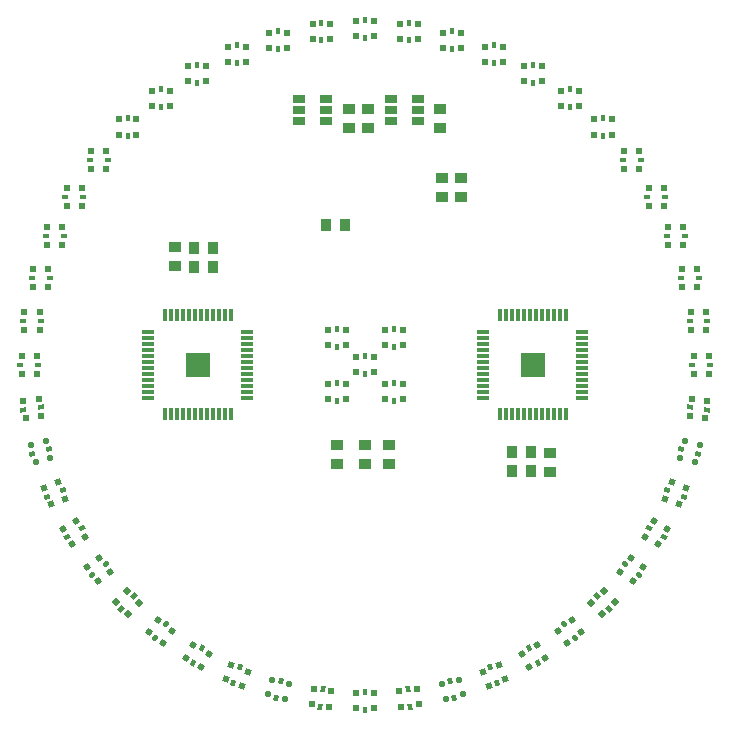
<source format=gtp>
G04 Layer_Color=8421504*
%FSLAX25Y25*%
%MOIN*%
G70*
G01*
G75*
G04:AMPARAMS|DCode=10|XSize=15.75mil|YSize=19.69mil|CornerRadius=0mil|HoleSize=0mil|Usage=FLASHONLY|Rotation=45.000|XOffset=0mil|YOffset=0mil|HoleType=Round|Shape=Rectangle|*
%AMROTATEDRECTD10*
4,1,4,0.00139,-0.01253,-0.01253,0.00139,-0.00139,0.01253,0.01253,-0.00139,0.00139,-0.01253,0.0*
%
%ADD10ROTATEDRECTD10*%

%ADD11P,0.02784X4X90.0*%
G04:AMPARAMS|DCode=12|XSize=15.75mil|YSize=19.69mil|CornerRadius=0mil|HoleSize=0mil|Usage=FLASHONLY|Rotation=52.500|XOffset=0mil|YOffset=0mil|HoleType=Round|Shape=Rectangle|*
%AMROTATEDRECTD12*
4,1,4,0.00302,-0.01224,-0.01260,-0.00026,-0.00302,0.01224,0.01260,0.00026,0.00302,-0.01224,0.0*
%
%ADD12ROTATEDRECTD12*%

%ADD13P,0.02784X4X97.5*%
G04:AMPARAMS|DCode=14|XSize=15.75mil|YSize=19.69mil|CornerRadius=0mil|HoleSize=0mil|Usage=FLASHONLY|Rotation=60.000|XOffset=0mil|YOffset=0mil|HoleType=Round|Shape=Rectangle|*
%AMROTATEDRECTD14*
4,1,4,0.00459,-0.01174,-0.01246,-0.00190,-0.00459,0.01174,0.01246,0.00190,0.00459,-0.01174,0.0*
%
%ADD14ROTATEDRECTD14*%

%ADD15P,0.02784X4X105.0*%
G04:AMPARAMS|DCode=16|XSize=15.75mil|YSize=19.69mil|CornerRadius=0mil|HoleSize=0mil|Usage=FLASHONLY|Rotation=67.500|XOffset=0mil|YOffset=0mil|HoleType=Round|Shape=Rectangle|*
%AMROTATEDRECTD16*
4,1,4,0.00608,-0.01104,-0.01211,-0.00351,-0.00608,0.01104,0.01211,0.00351,0.00608,-0.01104,0.0*
%
%ADD16ROTATEDRECTD16*%

%ADD17P,0.02784X4X112.5*%
G04:AMPARAMS|DCode=18|XSize=15.75mil|YSize=19.69mil|CornerRadius=0mil|HoleSize=0mil|Usage=FLASHONLY|Rotation=75.000|XOffset=0mil|YOffset=0mil|HoleType=Round|Shape=Rectangle|*
%AMROTATEDRECTD18*
4,1,4,0.00747,-0.01015,-0.01155,-0.00506,-0.00747,0.01015,0.01155,0.00506,0.00747,-0.01015,0.0*
%
%ADD18ROTATEDRECTD18*%

%ADD19P,0.02784X4X120.0*%
G04:AMPARAMS|DCode=20|XSize=15.75mil|YSize=19.69mil|CornerRadius=0mil|HoleSize=0mil|Usage=FLASHONLY|Rotation=82.500|XOffset=0mil|YOffset=0mil|HoleType=Round|Shape=Rectangle|*
%AMROTATEDRECTD20*
4,1,4,0.00873,-0.00909,-0.01079,-0.00652,-0.00873,0.00909,0.01079,0.00652,0.00873,-0.00909,0.0*
%
%ADD20ROTATEDRECTD20*%

%ADD21P,0.02784X4X127.5*%
%ADD22R,0.01969X0.01575*%
%ADD23R,0.01969X0.01969*%
%ADD24R,0.01575X0.01969*%
%ADD25R,0.01969X0.01969*%
%ADD26R,0.03543X0.03937*%
%ADD27R,0.03937X0.03543*%
G04:AMPARAMS|DCode=28|XSize=15.75mil|YSize=19.69mil|CornerRadius=0mil|HoleSize=0mil|Usage=FLASHONLY|Rotation=37.500|XOffset=0mil|YOffset=0mil|HoleType=Round|Shape=Rectangle|*
%AMROTATEDRECTD28*
4,1,4,-0.00026,-0.01260,-0.01224,0.00302,0.00026,0.01260,0.01224,-0.00302,-0.00026,-0.01260,0.0*
%
%ADD28ROTATEDRECTD28*%

%ADD29P,0.02784X4X82.5*%
G04:AMPARAMS|DCode=30|XSize=15.75mil|YSize=19.69mil|CornerRadius=0mil|HoleSize=0mil|Usage=FLASHONLY|Rotation=30.000|XOffset=0mil|YOffset=0mil|HoleType=Round|Shape=Rectangle|*
%AMROTATEDRECTD30*
4,1,4,-0.00190,-0.01246,-0.01174,0.00459,0.00190,0.01246,0.01174,-0.00459,-0.00190,-0.01246,0.0*
%
%ADD30ROTATEDRECTD30*%

%ADD31P,0.02784X4X75.0*%
G04:AMPARAMS|DCode=32|XSize=15.75mil|YSize=19.69mil|CornerRadius=0mil|HoleSize=0mil|Usage=FLASHONLY|Rotation=22.500|XOffset=0mil|YOffset=0mil|HoleType=Round|Shape=Rectangle|*
%AMROTATEDRECTD32*
4,1,4,-0.00351,-0.01211,-0.01104,0.00608,0.00351,0.01211,0.01104,-0.00608,-0.00351,-0.01211,0.0*
%
%ADD32ROTATEDRECTD32*%

%ADD33P,0.02784X4X67.5*%
G04:AMPARAMS|DCode=34|XSize=15.75mil|YSize=19.69mil|CornerRadius=0mil|HoleSize=0mil|Usage=FLASHONLY|Rotation=15.000|XOffset=0mil|YOffset=0mil|HoleType=Round|Shape=Rectangle|*
%AMROTATEDRECTD34*
4,1,4,-0.00506,-0.01155,-0.01015,0.00747,0.00506,0.01155,0.01015,-0.00747,-0.00506,-0.01155,0.0*
%
%ADD34ROTATEDRECTD34*%

%ADD35P,0.02784X4X60.0*%
G04:AMPARAMS|DCode=36|XSize=15.75mil|YSize=19.69mil|CornerRadius=0mil|HoleSize=0mil|Usage=FLASHONLY|Rotation=7.500|XOffset=0mil|YOffset=0mil|HoleType=Round|Shape=Rectangle|*
%AMROTATEDRECTD36*
4,1,4,-0.00652,-0.01079,-0.00909,0.00873,0.00652,0.01079,0.00909,-0.00873,-0.00652,-0.01079,0.0*
%
%ADD36ROTATEDRECTD36*%

%ADD37P,0.02784X4X52.5*%
G04:AMPARAMS|DCode=38|XSize=15.75mil|YSize=19.69mil|CornerRadius=0mil|HoleSize=0mil|Usage=FLASHONLY|Rotation=352.500|XOffset=0mil|YOffset=0mil|HoleType=Round|Shape=Rectangle|*
%AMROTATEDRECTD38*
4,1,4,-0.00909,-0.00873,-0.00652,0.01079,0.00909,0.00873,0.00652,-0.01079,-0.00909,-0.00873,0.0*
%
%ADD38ROTATEDRECTD38*%

%ADD39P,0.02784X4X397.5*%
G04:AMPARAMS|DCode=40|XSize=15.75mil|YSize=19.69mil|CornerRadius=0mil|HoleSize=0mil|Usage=FLASHONLY|Rotation=345.000|XOffset=0mil|YOffset=0mil|HoleType=Round|Shape=Rectangle|*
%AMROTATEDRECTD40*
4,1,4,-0.01015,-0.00747,-0.00506,0.01155,0.01015,0.00747,0.00506,-0.01155,-0.01015,-0.00747,0.0*
%
%ADD40ROTATEDRECTD40*%

%ADD41P,0.02784X4X390.0*%
G04:AMPARAMS|DCode=42|XSize=15.75mil|YSize=19.69mil|CornerRadius=0mil|HoleSize=0mil|Usage=FLASHONLY|Rotation=337.500|XOffset=0mil|YOffset=0mil|HoleType=Round|Shape=Rectangle|*
%AMROTATEDRECTD42*
4,1,4,-0.01104,-0.00608,-0.00351,0.01211,0.01104,0.00608,0.00351,-0.01211,-0.01104,-0.00608,0.0*
%
%ADD42ROTATEDRECTD42*%

%ADD43P,0.02784X4X382.5*%
G04:AMPARAMS|DCode=44|XSize=15.75mil|YSize=19.69mil|CornerRadius=0mil|HoleSize=0mil|Usage=FLASHONLY|Rotation=330.000|XOffset=0mil|YOffset=0mil|HoleType=Round|Shape=Rectangle|*
%AMROTATEDRECTD44*
4,1,4,-0.01174,-0.00459,-0.00190,0.01246,0.01174,0.00459,0.00190,-0.01246,-0.01174,-0.00459,0.0*
%
%ADD44ROTATEDRECTD44*%

%ADD45P,0.02784X4X375.0*%
G04:AMPARAMS|DCode=46|XSize=15.75mil|YSize=19.69mil|CornerRadius=0mil|HoleSize=0mil|Usage=FLASHONLY|Rotation=322.500|XOffset=0mil|YOffset=0mil|HoleType=Round|Shape=Rectangle|*
%AMROTATEDRECTD46*
4,1,4,-0.01224,-0.00302,-0.00026,0.01260,0.01224,0.00302,0.00026,-0.01260,-0.01224,-0.00302,0.0*
%
%ADD46ROTATEDRECTD46*%

%ADD47P,0.02784X4X367.5*%
G04:AMPARAMS|DCode=48|XSize=15.75mil|YSize=19.69mil|CornerRadius=0mil|HoleSize=0mil|Usage=FLASHONLY|Rotation=315.000|XOffset=0mil|YOffset=0mil|HoleType=Round|Shape=Rectangle|*
%AMROTATEDRECTD48*
4,1,4,-0.01253,-0.00139,0.00139,0.01253,0.01253,0.00139,-0.00139,-0.01253,-0.01253,-0.00139,0.0*
%
%ADD48ROTATEDRECTD48*%

%ADD49P,0.02784X4X360.0*%
G04:AMPARAMS|DCode=50|XSize=15.75mil|YSize=19.69mil|CornerRadius=0mil|HoleSize=0mil|Usage=FLASHONLY|Rotation=307.500|XOffset=0mil|YOffset=0mil|HoleType=Round|Shape=Rectangle|*
%AMROTATEDRECTD50*
4,1,4,-0.01260,0.00026,0.00302,0.01224,0.01260,-0.00026,-0.00302,-0.01224,-0.01260,0.00026,0.0*
%
%ADD50ROTATEDRECTD50*%

%ADD51P,0.02784X4X352.5*%
G04:AMPARAMS|DCode=52|XSize=15.75mil|YSize=19.69mil|CornerRadius=0mil|HoleSize=0mil|Usage=FLASHONLY|Rotation=300.000|XOffset=0mil|YOffset=0mil|HoleType=Round|Shape=Rectangle|*
%AMROTATEDRECTD52*
4,1,4,-0.01246,0.00190,0.00459,0.01174,0.01246,-0.00190,-0.00459,-0.01174,-0.01246,0.00190,0.0*
%
%ADD52ROTATEDRECTD52*%

%ADD53P,0.02784X4X345.0*%
G04:AMPARAMS|DCode=54|XSize=15.75mil|YSize=19.69mil|CornerRadius=0mil|HoleSize=0mil|Usage=FLASHONLY|Rotation=292.500|XOffset=0mil|YOffset=0mil|HoleType=Round|Shape=Rectangle|*
%AMROTATEDRECTD54*
4,1,4,-0.01211,0.00351,0.00608,0.01104,0.01211,-0.00351,-0.00608,-0.01104,-0.01211,0.00351,0.0*
%
%ADD54ROTATEDRECTD54*%

%ADD55P,0.02784X4X337.5*%
G04:AMPARAMS|DCode=56|XSize=15.75mil|YSize=19.69mil|CornerRadius=0mil|HoleSize=0mil|Usage=FLASHONLY|Rotation=285.000|XOffset=0mil|YOffset=0mil|HoleType=Round|Shape=Rectangle|*
%AMROTATEDRECTD56*
4,1,4,-0.01155,0.00506,0.00747,0.01015,0.01155,-0.00506,-0.00747,-0.01015,-0.01155,0.00506,0.0*
%
%ADD56ROTATEDRECTD56*%

%ADD57P,0.02784X4X330.0*%
G04:AMPARAMS|DCode=58|XSize=15.75mil|YSize=19.69mil|CornerRadius=0mil|HoleSize=0mil|Usage=FLASHONLY|Rotation=277.500|XOffset=0mil|YOffset=0mil|HoleType=Round|Shape=Rectangle|*
%AMROTATEDRECTD58*
4,1,4,-0.01079,0.00652,0.00873,0.00909,0.01079,-0.00652,-0.00873,-0.00909,-0.01079,0.00652,0.0*
%
%ADD58ROTATEDRECTD58*%

%ADD59P,0.02784X4X322.5*%
%ADD60R,0.07874X0.07874*%
%ADD61R,0.04000X0.01200*%
%ADD62R,0.01200X0.04000*%
%ADD63R,0.04134X0.02559*%
D10*
X81289Y-81289D02*
D03*
X77114Y-77114D02*
D03*
D11*
X83099Y-78923D02*
D03*
X78923Y-83099D02*
D03*
X79480Y-75304D02*
D03*
X75304Y-79480D02*
D03*
D12*
X91204Y-69984D02*
D03*
X86519Y-66389D02*
D03*
D13*
X92690Y-67401D02*
D03*
X89095Y-72087D02*
D03*
X88629Y-64286D02*
D03*
X85034Y-68971D02*
D03*
D14*
X99559Y-57480D02*
D03*
X94444Y-54528D02*
D03*
D15*
X100694Y-54726D02*
D03*
X97741Y-59841D02*
D03*
X96262Y-52167D02*
D03*
X93309Y-57282D02*
D03*
D16*
X106210Y-43994D02*
D03*
X100754Y-41734D02*
D03*
D17*
X106976Y-41115D02*
D03*
X104716Y-46571D02*
D03*
X102247Y-39156D02*
D03*
X99988Y-44612D02*
D03*
D18*
X111043Y-29754D02*
D03*
X105339Y-28226D02*
D03*
D19*
X111427Y-26800D02*
D03*
X109899Y-32504D02*
D03*
X106484Y-25475D02*
D03*
X104955Y-31180D02*
D03*
D20*
X113977Y-15005D02*
D03*
X108122Y-14235D02*
D03*
D21*
X113972Y-12026D02*
D03*
X113201Y-17881D02*
D03*
X108898Y-11358D02*
D03*
X108127Y-17213D02*
D03*
D22*
X114961Y0D02*
D03*
X109055D02*
D03*
X114003Y14620D02*
D03*
X108097Y14620D02*
D03*
X111144Y28990D02*
D03*
X105239Y28990D02*
D03*
X106435Y42864D02*
D03*
X100529Y42864D02*
D03*
X99954Y56004D02*
D03*
X94049D02*
D03*
X91815Y68186D02*
D03*
X85909Y68186D02*
D03*
X-114961Y0D02*
D03*
X-109055D02*
D03*
X-114003Y14620D02*
D03*
X-108097Y14620D02*
D03*
X-111144Y28990D02*
D03*
X-105239Y28990D02*
D03*
X-106435Y42864D02*
D03*
X-100529Y42864D02*
D03*
X-99954Y56004D02*
D03*
X-94049D02*
D03*
X-91815Y68186D02*
D03*
X-85909Y68186D02*
D03*
D23*
X114567Y2953D02*
D03*
Y-2953D02*
D03*
X109449Y2953D02*
D03*
Y-2953D02*
D03*
X113609Y17573D02*
D03*
X113609Y11667D02*
D03*
X108491Y17573D02*
D03*
X108491Y11667D02*
D03*
X110750Y31942D02*
D03*
X110750Y26037D02*
D03*
X105632Y31942D02*
D03*
X105632Y26037D02*
D03*
X106041Y45816D02*
D03*
X106041Y39911D02*
D03*
X100923Y45816D02*
D03*
X100923Y39911D02*
D03*
X99561Y58957D02*
D03*
X99561Y53051D02*
D03*
X94443Y58957D02*
D03*
Y53051D02*
D03*
X91421Y71139D02*
D03*
X91421Y65233D02*
D03*
X86303Y71139D02*
D03*
X86303Y65233D02*
D03*
X-114567Y-2953D02*
D03*
Y2953D02*
D03*
X-109449Y-2953D02*
D03*
Y2953D02*
D03*
X-113609Y11667D02*
D03*
X-113609Y17573D02*
D03*
X-108491Y11667D02*
D03*
X-108491Y17573D02*
D03*
X-110750Y26037D02*
D03*
X-110750Y31942D02*
D03*
X-105632Y26037D02*
D03*
X-105632Y31942D02*
D03*
X-106041Y39911D02*
D03*
X-106041Y45816D02*
D03*
X-100923Y39911D02*
D03*
X-100923Y45816D02*
D03*
X-99561Y53051D02*
D03*
X-99561Y58957D02*
D03*
X-94443Y53051D02*
D03*
Y58957D02*
D03*
X-91421Y65233D02*
D03*
X-91421Y71139D02*
D03*
X-86303Y65233D02*
D03*
X-86303Y71139D02*
D03*
D24*
X79202Y82154D02*
D03*
Y76249D02*
D03*
X68186Y91815D02*
D03*
X68186Y85909D02*
D03*
X56004Y99954D02*
D03*
Y94049D02*
D03*
X42864Y106435D02*
D03*
X42864Y100529D02*
D03*
X28990Y111144D02*
D03*
X28990Y105239D02*
D03*
X14620Y114003D02*
D03*
X14620Y108097D02*
D03*
X0Y114961D02*
D03*
Y109055D02*
D03*
Y-114961D02*
D03*
Y-109055D02*
D03*
X-79202Y82154D02*
D03*
Y76249D02*
D03*
X-68186Y91815D02*
D03*
X-68186Y85909D02*
D03*
X-56004Y99954D02*
D03*
Y94049D02*
D03*
X-42864Y106435D02*
D03*
X-42864Y100529D02*
D03*
X-28990Y111144D02*
D03*
X-28990Y105239D02*
D03*
X-14620Y114003D02*
D03*
X-14620Y108097D02*
D03*
X9500Y-6047D02*
D03*
Y-11953D02*
D03*
X-9500Y-6047D02*
D03*
Y-11953D02*
D03*
X0Y-2953D02*
D03*
Y2953D02*
D03*
X9500Y6047D02*
D03*
Y11953D02*
D03*
X-9500Y6047D02*
D03*
Y11953D02*
D03*
D25*
X76249Y81761D02*
D03*
X82154D02*
D03*
X76249Y76643D02*
D03*
X82154D02*
D03*
X65233Y91421D02*
D03*
X71139Y91421D02*
D03*
X65233Y86303D02*
D03*
X71139Y86303D02*
D03*
X53051Y99561D02*
D03*
X58957Y99561D02*
D03*
X53051Y94443D02*
D03*
X58957D02*
D03*
X39911Y106041D02*
D03*
X45816Y106041D02*
D03*
X39911Y100923D02*
D03*
X45816Y100923D02*
D03*
X26037Y110750D02*
D03*
X31942Y110750D02*
D03*
X26037Y105632D02*
D03*
X31942Y105632D02*
D03*
X11667Y113609D02*
D03*
X17573Y113609D02*
D03*
X11667Y108491D02*
D03*
X17573Y108491D02*
D03*
X-2953Y114567D02*
D03*
X2953D02*
D03*
X-2953Y109449D02*
D03*
X2953D02*
D03*
Y-114567D02*
D03*
X-2953D02*
D03*
X2953Y-109449D02*
D03*
X-2953D02*
D03*
X-82154Y81761D02*
D03*
X-76249D02*
D03*
X-82154Y76643D02*
D03*
X-76249D02*
D03*
X-71139Y91421D02*
D03*
X-65233Y91421D02*
D03*
X-71139Y86303D02*
D03*
X-65233Y86303D02*
D03*
X-58957Y99561D02*
D03*
X-53051Y99561D02*
D03*
X-58957Y94443D02*
D03*
X-53051D02*
D03*
X-45816Y106041D02*
D03*
X-39911Y106041D02*
D03*
X-45816Y100923D02*
D03*
X-39911Y100923D02*
D03*
X-31942Y110750D02*
D03*
X-26037Y110750D02*
D03*
X-31942Y105632D02*
D03*
X-26037Y105632D02*
D03*
X-17573Y113609D02*
D03*
X-11667Y113609D02*
D03*
X-17573Y108491D02*
D03*
X-11667Y108491D02*
D03*
X6547Y-6441D02*
D03*
X12453D02*
D03*
X6547Y-11559D02*
D03*
X12453D02*
D03*
X-12453Y-6441D02*
D03*
X-6547D02*
D03*
X-12453Y-11559D02*
D03*
X-6547D02*
D03*
X2953Y-2559D02*
D03*
X-2953D02*
D03*
X2953Y2559D02*
D03*
X-2953D02*
D03*
X12453Y6441D02*
D03*
X6547D02*
D03*
X12453Y11559D02*
D03*
X6547D02*
D03*
X-6547Y6441D02*
D03*
X-12453D02*
D03*
X-6547Y11559D02*
D03*
X-12453D02*
D03*
D26*
X55150Y-35500D02*
D03*
X48850D02*
D03*
X55150Y-29000D02*
D03*
X48850D02*
D03*
X-50850Y32500D02*
D03*
X-57150D02*
D03*
X-50850Y39000D02*
D03*
X-57150D02*
D03*
X-6850Y46500D02*
D03*
X-13150D02*
D03*
D27*
X61500Y-35650D02*
D03*
Y-29350D02*
D03*
X-9500Y-33150D02*
D03*
Y-26850D02*
D03*
X0Y-33150D02*
D03*
Y-26850D02*
D03*
X8000Y-33150D02*
D03*
Y-26850D02*
D03*
X-63500Y39150D02*
D03*
Y32850D02*
D03*
X25500Y62150D02*
D03*
Y55850D02*
D03*
X32000Y62150D02*
D03*
Y55850D02*
D03*
X25000Y78850D02*
D03*
Y85150D02*
D03*
X-5500Y78850D02*
D03*
Y85150D02*
D03*
X1000Y78850D02*
D03*
Y85150D02*
D03*
D28*
X69984Y-91204D02*
D03*
X66389Y-86519D02*
D03*
D29*
X72087Y-89095D02*
D03*
X67401Y-92690D02*
D03*
X68971Y-85034D02*
D03*
X64286Y-88629D02*
D03*
D30*
X57480Y-99559D02*
D03*
X54528Y-94444D02*
D03*
D31*
X59841Y-97741D02*
D03*
X54726Y-100694D02*
D03*
X57282Y-93309D02*
D03*
X52167Y-96262D02*
D03*
D32*
X43994Y-106210D02*
D03*
X41734Y-100754D02*
D03*
D33*
X46571Y-104716D02*
D03*
X41115Y-106976D02*
D03*
X44612Y-99988D02*
D03*
X39156Y-102247D02*
D03*
D34*
X29754Y-111043D02*
D03*
X28226Y-105339D02*
D03*
D35*
X32504Y-109899D02*
D03*
X26800Y-111427D02*
D03*
X31180Y-104955D02*
D03*
X25475Y-106484D02*
D03*
D36*
X15005Y-113977D02*
D03*
X14235Y-108122D02*
D03*
D37*
X17881Y-113201D02*
D03*
X12026Y-113972D02*
D03*
X17213Y-108127D02*
D03*
X11358Y-108898D02*
D03*
D38*
X-15005Y-113977D02*
D03*
X-14235Y-108122D02*
D03*
D39*
X-12026Y-113972D02*
D03*
X-17881Y-113201D02*
D03*
X-11358Y-108898D02*
D03*
X-17213Y-108127D02*
D03*
D40*
X-29754Y-111043D02*
D03*
X-28226Y-105339D02*
D03*
D41*
X-26800Y-111427D02*
D03*
X-32504Y-109899D02*
D03*
X-25475Y-106484D02*
D03*
X-31180Y-104955D02*
D03*
D42*
X-43994Y-106210D02*
D03*
X-41734Y-100754D02*
D03*
D43*
X-41115Y-106976D02*
D03*
X-46571Y-104716D02*
D03*
X-39156Y-102247D02*
D03*
X-44612Y-99988D02*
D03*
D44*
X-57480Y-99559D02*
D03*
X-54528Y-94444D02*
D03*
D45*
X-54726Y-100694D02*
D03*
X-59841Y-97741D02*
D03*
X-52167Y-96262D02*
D03*
X-57282Y-93309D02*
D03*
D46*
X-69984Y-91204D02*
D03*
X-66389Y-86519D02*
D03*
D47*
X-67401Y-92690D02*
D03*
X-72087Y-89095D02*
D03*
X-64286Y-88629D02*
D03*
X-68971Y-85034D02*
D03*
D48*
X-81289Y-81289D02*
D03*
X-77114Y-77114D02*
D03*
D49*
X-78923Y-83099D02*
D03*
X-83099Y-78923D02*
D03*
X-75304Y-79480D02*
D03*
X-79480Y-75304D02*
D03*
D50*
X-91204Y-69984D02*
D03*
X-86519Y-66389D02*
D03*
D51*
X-89095Y-72087D02*
D03*
X-92690Y-67401D02*
D03*
X-85034Y-68971D02*
D03*
X-88629Y-64286D02*
D03*
D52*
X-99559Y-57480D02*
D03*
X-94444Y-54528D02*
D03*
D53*
X-97741Y-59841D02*
D03*
X-100694Y-54726D02*
D03*
X-93309Y-57282D02*
D03*
X-96262Y-52167D02*
D03*
D54*
X-106210Y-43994D02*
D03*
X-100754Y-41734D02*
D03*
D55*
X-104716Y-46571D02*
D03*
X-106976Y-41115D02*
D03*
X-99988Y-44612D02*
D03*
X-102247Y-39156D02*
D03*
D56*
X-111043Y-29754D02*
D03*
X-105339Y-28226D02*
D03*
D57*
X-109899Y-32504D02*
D03*
X-111427Y-26800D02*
D03*
X-104955Y-31180D02*
D03*
X-106484Y-25475D02*
D03*
D58*
X-113977Y-15005D02*
D03*
X-108122Y-14235D02*
D03*
D59*
X-113201Y-17881D02*
D03*
X-113972Y-12026D02*
D03*
X-108127Y-17213D02*
D03*
X-108898Y-11358D02*
D03*
D60*
X55906Y0D02*
D03*
X-55906D02*
D03*
D61*
X72406Y-11000D02*
D03*
Y-9000D02*
D03*
Y-7000D02*
D03*
Y-5000D02*
D03*
Y-3000D02*
D03*
Y-1000D02*
D03*
Y1000D02*
D03*
Y3000D02*
D03*
Y5000D02*
D03*
Y7000D02*
D03*
Y9000D02*
D03*
Y11000D02*
D03*
X39406D02*
D03*
Y9000D02*
D03*
Y7000D02*
D03*
Y5000D02*
D03*
Y3000D02*
D03*
Y1000D02*
D03*
Y-1000D02*
D03*
Y-3000D02*
D03*
Y-5000D02*
D03*
Y-7000D02*
D03*
Y-9000D02*
D03*
Y-11000D02*
D03*
X-72406Y11000D02*
D03*
Y9000D02*
D03*
Y7000D02*
D03*
Y5000D02*
D03*
Y3000D02*
D03*
Y1000D02*
D03*
Y-1000D02*
D03*
Y-3000D02*
D03*
Y-5000D02*
D03*
Y-7000D02*
D03*
Y-9000D02*
D03*
Y-11000D02*
D03*
X-39406D02*
D03*
Y-9000D02*
D03*
Y-7000D02*
D03*
Y-5000D02*
D03*
Y-3000D02*
D03*
Y-1000D02*
D03*
Y1000D02*
D03*
Y3000D02*
D03*
Y5000D02*
D03*
Y7000D02*
D03*
Y9000D02*
D03*
Y11000D02*
D03*
D62*
X66906Y16500D02*
D03*
X64906D02*
D03*
X62906D02*
D03*
X60906D02*
D03*
X58906D02*
D03*
X56906D02*
D03*
X54906D02*
D03*
X52906D02*
D03*
X50906D02*
D03*
X48906D02*
D03*
X46906D02*
D03*
X44906D02*
D03*
Y-16500D02*
D03*
X46906D02*
D03*
X48906D02*
D03*
X50906D02*
D03*
X52906D02*
D03*
X54906D02*
D03*
X56906D02*
D03*
X58906D02*
D03*
X60906D02*
D03*
X62906D02*
D03*
X64906D02*
D03*
X66906D02*
D03*
X-66906D02*
D03*
X-64906D02*
D03*
X-62906D02*
D03*
X-60906D02*
D03*
X-58906D02*
D03*
X-56906D02*
D03*
X-54906D02*
D03*
X-52906D02*
D03*
X-50906D02*
D03*
X-48906D02*
D03*
X-46906D02*
D03*
X-44906D02*
D03*
Y16500D02*
D03*
X-46906D02*
D03*
X-48906D02*
D03*
X-50906D02*
D03*
X-52906D02*
D03*
X-54906D02*
D03*
X-56906D02*
D03*
X-58906D02*
D03*
X-60906D02*
D03*
X-62906D02*
D03*
X-64906D02*
D03*
X-66906D02*
D03*
D63*
X8571Y81260D02*
D03*
Y85000D02*
D03*
Y88740D02*
D03*
X17429D02*
D03*
Y85000D02*
D03*
Y81260D02*
D03*
X-13071D02*
D03*
Y85000D02*
D03*
Y88740D02*
D03*
X-21929D02*
D03*
Y85000D02*
D03*
Y81260D02*
D03*
M02*

</source>
